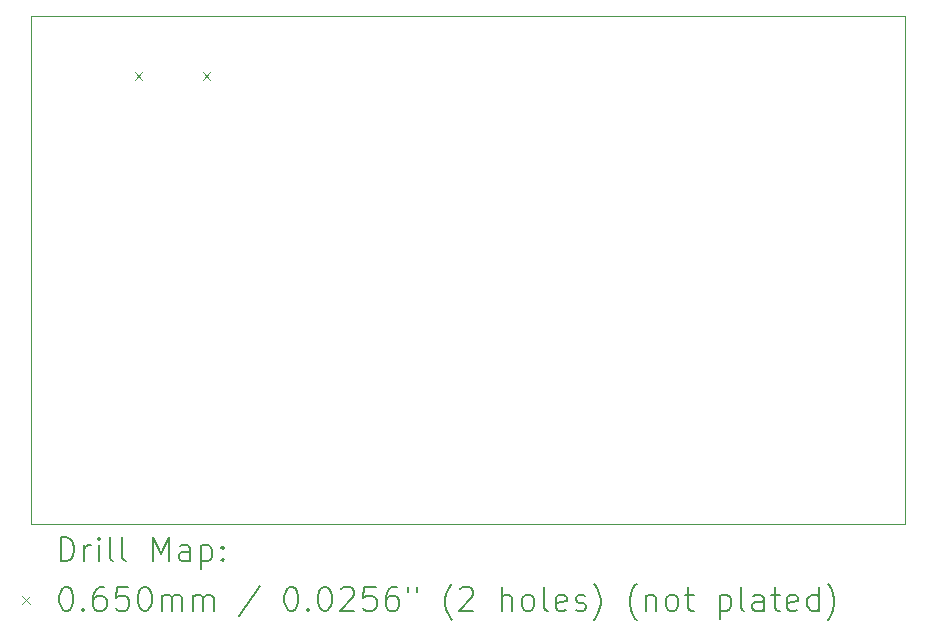
<source format=gbr>
%TF.GenerationSoftware,KiCad,Pcbnew,(6.0.7)*%
%TF.CreationDate,2022-09-05T13:32:50-07:00*%
%TF.ProjectId,ElGato32,456c4761-746f-4333-922e-6b696361645f,rev?*%
%TF.SameCoordinates,Original*%
%TF.FileFunction,Drillmap*%
%TF.FilePolarity,Positive*%
%FSLAX45Y45*%
G04 Gerber Fmt 4.5, Leading zero omitted, Abs format (unit mm)*
G04 Created by KiCad (PCBNEW (6.0.7)) date 2022-09-05 13:32:50*
%MOMM*%
%LPD*%
G01*
G04 APERTURE LIST*
%ADD10C,0.100000*%
%ADD11C,0.200000*%
%ADD12C,0.065000*%
G04 APERTURE END LIST*
D10*
X15400000Y-9000000D02*
X15400000Y-13300000D01*
X8000000Y-13300000D02*
X8000000Y-9000000D01*
X8000000Y-9000000D02*
X15400000Y-9000000D01*
X15400000Y-13300000D02*
X8000000Y-13300000D01*
D11*
D12*
X8878500Y-9473750D02*
X8943500Y-9538750D01*
X8943500Y-9473750D02*
X8878500Y-9538750D01*
X9456500Y-9473750D02*
X9521500Y-9538750D01*
X9521500Y-9473750D02*
X9456500Y-9538750D01*
D11*
X8252619Y-13615476D02*
X8252619Y-13415476D01*
X8300238Y-13415476D01*
X8328809Y-13425000D01*
X8347857Y-13444048D01*
X8357381Y-13463095D01*
X8366905Y-13501190D01*
X8366905Y-13529762D01*
X8357381Y-13567857D01*
X8347857Y-13586905D01*
X8328809Y-13605952D01*
X8300238Y-13615476D01*
X8252619Y-13615476D01*
X8452619Y-13615476D02*
X8452619Y-13482143D01*
X8452619Y-13520238D02*
X8462143Y-13501190D01*
X8471667Y-13491667D01*
X8490714Y-13482143D01*
X8509762Y-13482143D01*
X8576429Y-13615476D02*
X8576429Y-13482143D01*
X8576429Y-13415476D02*
X8566905Y-13425000D01*
X8576429Y-13434524D01*
X8585952Y-13425000D01*
X8576429Y-13415476D01*
X8576429Y-13434524D01*
X8700238Y-13615476D02*
X8681190Y-13605952D01*
X8671667Y-13586905D01*
X8671667Y-13415476D01*
X8805000Y-13615476D02*
X8785952Y-13605952D01*
X8776429Y-13586905D01*
X8776429Y-13415476D01*
X9033571Y-13615476D02*
X9033571Y-13415476D01*
X9100238Y-13558333D01*
X9166905Y-13415476D01*
X9166905Y-13615476D01*
X9347857Y-13615476D02*
X9347857Y-13510714D01*
X9338333Y-13491667D01*
X9319286Y-13482143D01*
X9281190Y-13482143D01*
X9262143Y-13491667D01*
X9347857Y-13605952D02*
X9328810Y-13615476D01*
X9281190Y-13615476D01*
X9262143Y-13605952D01*
X9252619Y-13586905D01*
X9252619Y-13567857D01*
X9262143Y-13548809D01*
X9281190Y-13539286D01*
X9328810Y-13539286D01*
X9347857Y-13529762D01*
X9443095Y-13482143D02*
X9443095Y-13682143D01*
X9443095Y-13491667D02*
X9462143Y-13482143D01*
X9500238Y-13482143D01*
X9519286Y-13491667D01*
X9528810Y-13501190D01*
X9538333Y-13520238D01*
X9538333Y-13577381D01*
X9528810Y-13596428D01*
X9519286Y-13605952D01*
X9500238Y-13615476D01*
X9462143Y-13615476D01*
X9443095Y-13605952D01*
X9624048Y-13596428D02*
X9633571Y-13605952D01*
X9624048Y-13615476D01*
X9614524Y-13605952D01*
X9624048Y-13596428D01*
X9624048Y-13615476D01*
X9624048Y-13491667D02*
X9633571Y-13501190D01*
X9624048Y-13510714D01*
X9614524Y-13501190D01*
X9624048Y-13491667D01*
X9624048Y-13510714D01*
D12*
X7930000Y-13912500D02*
X7995000Y-13977500D01*
X7995000Y-13912500D02*
X7930000Y-13977500D01*
D11*
X8290714Y-13835476D02*
X8309762Y-13835476D01*
X8328809Y-13845000D01*
X8338333Y-13854524D01*
X8347857Y-13873571D01*
X8357381Y-13911667D01*
X8357381Y-13959286D01*
X8347857Y-13997381D01*
X8338333Y-14016428D01*
X8328809Y-14025952D01*
X8309762Y-14035476D01*
X8290714Y-14035476D01*
X8271667Y-14025952D01*
X8262143Y-14016428D01*
X8252619Y-13997381D01*
X8243095Y-13959286D01*
X8243095Y-13911667D01*
X8252619Y-13873571D01*
X8262143Y-13854524D01*
X8271667Y-13845000D01*
X8290714Y-13835476D01*
X8443095Y-14016428D02*
X8452619Y-14025952D01*
X8443095Y-14035476D01*
X8433571Y-14025952D01*
X8443095Y-14016428D01*
X8443095Y-14035476D01*
X8624048Y-13835476D02*
X8585952Y-13835476D01*
X8566905Y-13845000D01*
X8557381Y-13854524D01*
X8538333Y-13883095D01*
X8528810Y-13921190D01*
X8528810Y-13997381D01*
X8538333Y-14016428D01*
X8547857Y-14025952D01*
X8566905Y-14035476D01*
X8605000Y-14035476D01*
X8624048Y-14025952D01*
X8633571Y-14016428D01*
X8643095Y-13997381D01*
X8643095Y-13949762D01*
X8633571Y-13930714D01*
X8624048Y-13921190D01*
X8605000Y-13911667D01*
X8566905Y-13911667D01*
X8547857Y-13921190D01*
X8538333Y-13930714D01*
X8528810Y-13949762D01*
X8824048Y-13835476D02*
X8728810Y-13835476D01*
X8719286Y-13930714D01*
X8728810Y-13921190D01*
X8747857Y-13911667D01*
X8795476Y-13911667D01*
X8814524Y-13921190D01*
X8824048Y-13930714D01*
X8833571Y-13949762D01*
X8833571Y-13997381D01*
X8824048Y-14016428D01*
X8814524Y-14025952D01*
X8795476Y-14035476D01*
X8747857Y-14035476D01*
X8728810Y-14025952D01*
X8719286Y-14016428D01*
X8957381Y-13835476D02*
X8976429Y-13835476D01*
X8995476Y-13845000D01*
X9005000Y-13854524D01*
X9014524Y-13873571D01*
X9024048Y-13911667D01*
X9024048Y-13959286D01*
X9014524Y-13997381D01*
X9005000Y-14016428D01*
X8995476Y-14025952D01*
X8976429Y-14035476D01*
X8957381Y-14035476D01*
X8938333Y-14025952D01*
X8928810Y-14016428D01*
X8919286Y-13997381D01*
X8909762Y-13959286D01*
X8909762Y-13911667D01*
X8919286Y-13873571D01*
X8928810Y-13854524D01*
X8938333Y-13845000D01*
X8957381Y-13835476D01*
X9109762Y-14035476D02*
X9109762Y-13902143D01*
X9109762Y-13921190D02*
X9119286Y-13911667D01*
X9138333Y-13902143D01*
X9166905Y-13902143D01*
X9185952Y-13911667D01*
X9195476Y-13930714D01*
X9195476Y-14035476D01*
X9195476Y-13930714D02*
X9205000Y-13911667D01*
X9224048Y-13902143D01*
X9252619Y-13902143D01*
X9271667Y-13911667D01*
X9281190Y-13930714D01*
X9281190Y-14035476D01*
X9376429Y-14035476D02*
X9376429Y-13902143D01*
X9376429Y-13921190D02*
X9385952Y-13911667D01*
X9405000Y-13902143D01*
X9433571Y-13902143D01*
X9452619Y-13911667D01*
X9462143Y-13930714D01*
X9462143Y-14035476D01*
X9462143Y-13930714D02*
X9471667Y-13911667D01*
X9490714Y-13902143D01*
X9519286Y-13902143D01*
X9538333Y-13911667D01*
X9547857Y-13930714D01*
X9547857Y-14035476D01*
X9938333Y-13825952D02*
X9766905Y-14083095D01*
X10195476Y-13835476D02*
X10214524Y-13835476D01*
X10233571Y-13845000D01*
X10243095Y-13854524D01*
X10252619Y-13873571D01*
X10262143Y-13911667D01*
X10262143Y-13959286D01*
X10252619Y-13997381D01*
X10243095Y-14016428D01*
X10233571Y-14025952D01*
X10214524Y-14035476D01*
X10195476Y-14035476D01*
X10176429Y-14025952D01*
X10166905Y-14016428D01*
X10157381Y-13997381D01*
X10147857Y-13959286D01*
X10147857Y-13911667D01*
X10157381Y-13873571D01*
X10166905Y-13854524D01*
X10176429Y-13845000D01*
X10195476Y-13835476D01*
X10347857Y-14016428D02*
X10357381Y-14025952D01*
X10347857Y-14035476D01*
X10338333Y-14025952D01*
X10347857Y-14016428D01*
X10347857Y-14035476D01*
X10481190Y-13835476D02*
X10500238Y-13835476D01*
X10519286Y-13845000D01*
X10528810Y-13854524D01*
X10538333Y-13873571D01*
X10547857Y-13911667D01*
X10547857Y-13959286D01*
X10538333Y-13997381D01*
X10528810Y-14016428D01*
X10519286Y-14025952D01*
X10500238Y-14035476D01*
X10481190Y-14035476D01*
X10462143Y-14025952D01*
X10452619Y-14016428D01*
X10443095Y-13997381D01*
X10433571Y-13959286D01*
X10433571Y-13911667D01*
X10443095Y-13873571D01*
X10452619Y-13854524D01*
X10462143Y-13845000D01*
X10481190Y-13835476D01*
X10624048Y-13854524D02*
X10633571Y-13845000D01*
X10652619Y-13835476D01*
X10700238Y-13835476D01*
X10719286Y-13845000D01*
X10728810Y-13854524D01*
X10738333Y-13873571D01*
X10738333Y-13892619D01*
X10728810Y-13921190D01*
X10614524Y-14035476D01*
X10738333Y-14035476D01*
X10919286Y-13835476D02*
X10824048Y-13835476D01*
X10814524Y-13930714D01*
X10824048Y-13921190D01*
X10843095Y-13911667D01*
X10890714Y-13911667D01*
X10909762Y-13921190D01*
X10919286Y-13930714D01*
X10928810Y-13949762D01*
X10928810Y-13997381D01*
X10919286Y-14016428D01*
X10909762Y-14025952D01*
X10890714Y-14035476D01*
X10843095Y-14035476D01*
X10824048Y-14025952D01*
X10814524Y-14016428D01*
X11100238Y-13835476D02*
X11062143Y-13835476D01*
X11043095Y-13845000D01*
X11033571Y-13854524D01*
X11014524Y-13883095D01*
X11005000Y-13921190D01*
X11005000Y-13997381D01*
X11014524Y-14016428D01*
X11024048Y-14025952D01*
X11043095Y-14035476D01*
X11081190Y-14035476D01*
X11100238Y-14025952D01*
X11109762Y-14016428D01*
X11119286Y-13997381D01*
X11119286Y-13949762D01*
X11109762Y-13930714D01*
X11100238Y-13921190D01*
X11081190Y-13911667D01*
X11043095Y-13911667D01*
X11024048Y-13921190D01*
X11014524Y-13930714D01*
X11005000Y-13949762D01*
X11195476Y-13835476D02*
X11195476Y-13873571D01*
X11271667Y-13835476D02*
X11271667Y-13873571D01*
X11566905Y-14111667D02*
X11557381Y-14102143D01*
X11538333Y-14073571D01*
X11528809Y-14054524D01*
X11519286Y-14025952D01*
X11509762Y-13978333D01*
X11509762Y-13940238D01*
X11519286Y-13892619D01*
X11528809Y-13864048D01*
X11538333Y-13845000D01*
X11557381Y-13816428D01*
X11566905Y-13806905D01*
X11633571Y-13854524D02*
X11643095Y-13845000D01*
X11662143Y-13835476D01*
X11709762Y-13835476D01*
X11728809Y-13845000D01*
X11738333Y-13854524D01*
X11747857Y-13873571D01*
X11747857Y-13892619D01*
X11738333Y-13921190D01*
X11624048Y-14035476D01*
X11747857Y-14035476D01*
X11985952Y-14035476D02*
X11985952Y-13835476D01*
X12071667Y-14035476D02*
X12071667Y-13930714D01*
X12062143Y-13911667D01*
X12043095Y-13902143D01*
X12014524Y-13902143D01*
X11995476Y-13911667D01*
X11985952Y-13921190D01*
X12195476Y-14035476D02*
X12176428Y-14025952D01*
X12166905Y-14016428D01*
X12157381Y-13997381D01*
X12157381Y-13940238D01*
X12166905Y-13921190D01*
X12176428Y-13911667D01*
X12195476Y-13902143D01*
X12224048Y-13902143D01*
X12243095Y-13911667D01*
X12252619Y-13921190D01*
X12262143Y-13940238D01*
X12262143Y-13997381D01*
X12252619Y-14016428D01*
X12243095Y-14025952D01*
X12224048Y-14035476D01*
X12195476Y-14035476D01*
X12376428Y-14035476D02*
X12357381Y-14025952D01*
X12347857Y-14006905D01*
X12347857Y-13835476D01*
X12528809Y-14025952D02*
X12509762Y-14035476D01*
X12471667Y-14035476D01*
X12452619Y-14025952D01*
X12443095Y-14006905D01*
X12443095Y-13930714D01*
X12452619Y-13911667D01*
X12471667Y-13902143D01*
X12509762Y-13902143D01*
X12528809Y-13911667D01*
X12538333Y-13930714D01*
X12538333Y-13949762D01*
X12443095Y-13968809D01*
X12614524Y-14025952D02*
X12633571Y-14035476D01*
X12671667Y-14035476D01*
X12690714Y-14025952D01*
X12700238Y-14006905D01*
X12700238Y-13997381D01*
X12690714Y-13978333D01*
X12671667Y-13968809D01*
X12643095Y-13968809D01*
X12624048Y-13959286D01*
X12614524Y-13940238D01*
X12614524Y-13930714D01*
X12624048Y-13911667D01*
X12643095Y-13902143D01*
X12671667Y-13902143D01*
X12690714Y-13911667D01*
X12766905Y-14111667D02*
X12776428Y-14102143D01*
X12795476Y-14073571D01*
X12805000Y-14054524D01*
X12814524Y-14025952D01*
X12824048Y-13978333D01*
X12824048Y-13940238D01*
X12814524Y-13892619D01*
X12805000Y-13864048D01*
X12795476Y-13845000D01*
X12776428Y-13816428D01*
X12766905Y-13806905D01*
X13128809Y-14111667D02*
X13119286Y-14102143D01*
X13100238Y-14073571D01*
X13090714Y-14054524D01*
X13081190Y-14025952D01*
X13071667Y-13978333D01*
X13071667Y-13940238D01*
X13081190Y-13892619D01*
X13090714Y-13864048D01*
X13100238Y-13845000D01*
X13119286Y-13816428D01*
X13128809Y-13806905D01*
X13205000Y-13902143D02*
X13205000Y-14035476D01*
X13205000Y-13921190D02*
X13214524Y-13911667D01*
X13233571Y-13902143D01*
X13262143Y-13902143D01*
X13281190Y-13911667D01*
X13290714Y-13930714D01*
X13290714Y-14035476D01*
X13414524Y-14035476D02*
X13395476Y-14025952D01*
X13385952Y-14016428D01*
X13376428Y-13997381D01*
X13376428Y-13940238D01*
X13385952Y-13921190D01*
X13395476Y-13911667D01*
X13414524Y-13902143D01*
X13443095Y-13902143D01*
X13462143Y-13911667D01*
X13471667Y-13921190D01*
X13481190Y-13940238D01*
X13481190Y-13997381D01*
X13471667Y-14016428D01*
X13462143Y-14025952D01*
X13443095Y-14035476D01*
X13414524Y-14035476D01*
X13538333Y-13902143D02*
X13614524Y-13902143D01*
X13566905Y-13835476D02*
X13566905Y-14006905D01*
X13576428Y-14025952D01*
X13595476Y-14035476D01*
X13614524Y-14035476D01*
X13833571Y-13902143D02*
X13833571Y-14102143D01*
X13833571Y-13911667D02*
X13852619Y-13902143D01*
X13890714Y-13902143D01*
X13909762Y-13911667D01*
X13919286Y-13921190D01*
X13928809Y-13940238D01*
X13928809Y-13997381D01*
X13919286Y-14016428D01*
X13909762Y-14025952D01*
X13890714Y-14035476D01*
X13852619Y-14035476D01*
X13833571Y-14025952D01*
X14043095Y-14035476D02*
X14024048Y-14025952D01*
X14014524Y-14006905D01*
X14014524Y-13835476D01*
X14205000Y-14035476D02*
X14205000Y-13930714D01*
X14195476Y-13911667D01*
X14176428Y-13902143D01*
X14138333Y-13902143D01*
X14119286Y-13911667D01*
X14205000Y-14025952D02*
X14185952Y-14035476D01*
X14138333Y-14035476D01*
X14119286Y-14025952D01*
X14109762Y-14006905D01*
X14109762Y-13987857D01*
X14119286Y-13968809D01*
X14138333Y-13959286D01*
X14185952Y-13959286D01*
X14205000Y-13949762D01*
X14271667Y-13902143D02*
X14347857Y-13902143D01*
X14300238Y-13835476D02*
X14300238Y-14006905D01*
X14309762Y-14025952D01*
X14328809Y-14035476D01*
X14347857Y-14035476D01*
X14490714Y-14025952D02*
X14471667Y-14035476D01*
X14433571Y-14035476D01*
X14414524Y-14025952D01*
X14405000Y-14006905D01*
X14405000Y-13930714D01*
X14414524Y-13911667D01*
X14433571Y-13902143D01*
X14471667Y-13902143D01*
X14490714Y-13911667D01*
X14500238Y-13930714D01*
X14500238Y-13949762D01*
X14405000Y-13968809D01*
X14671667Y-14035476D02*
X14671667Y-13835476D01*
X14671667Y-14025952D02*
X14652619Y-14035476D01*
X14614524Y-14035476D01*
X14595476Y-14025952D01*
X14585952Y-14016428D01*
X14576428Y-13997381D01*
X14576428Y-13940238D01*
X14585952Y-13921190D01*
X14595476Y-13911667D01*
X14614524Y-13902143D01*
X14652619Y-13902143D01*
X14671667Y-13911667D01*
X14747857Y-14111667D02*
X14757381Y-14102143D01*
X14776428Y-14073571D01*
X14785952Y-14054524D01*
X14795476Y-14025952D01*
X14805000Y-13978333D01*
X14805000Y-13940238D01*
X14795476Y-13892619D01*
X14785952Y-13864048D01*
X14776428Y-13845000D01*
X14757381Y-13816428D01*
X14747857Y-13806905D01*
M02*

</source>
